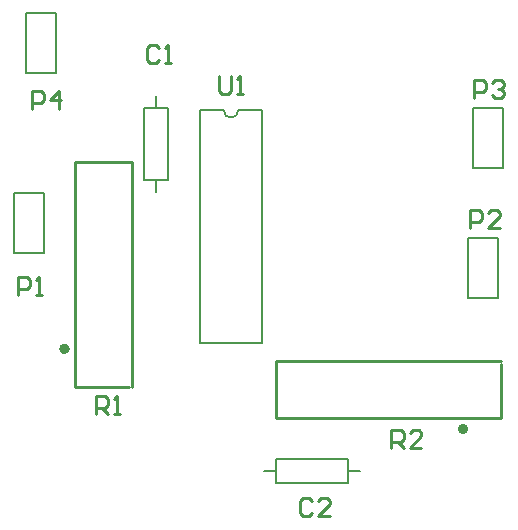
<source format=gto>
G04 Layer_Color=65535*
%FSLAX42Y42*%
%MOMM*%
G71*
G01*
G75*
%ADD17C,0.50*%
%ADD18C,0.20*%
%ADD19C,0.25*%
D17*
X870Y1579D02*
G03*
X870Y1579I-20J0D01*
G01*
X4245Y901D02*
G03*
X4245Y901I-20J0D01*
G01*
D18*
X2197Y3601D02*
G03*
X2324Y3601I63J0D01*
G01*
X4305Y3111D02*
Y3619D01*
Y3111D02*
X4559D01*
Y3619D01*
X4305D02*
X4559D01*
X4521Y2007D02*
Y2515D01*
X4267D02*
X4521D01*
X4267Y2007D02*
Y2515D01*
Y2007D02*
X4521D01*
X1626Y3619D02*
Y3721D01*
Y2908D02*
Y3010D01*
X1727D02*
Y3619D01*
X1524D02*
X1727D01*
X1524Y3010D02*
Y3619D01*
Y3010D02*
X1727D01*
X673Y2388D02*
Y2896D01*
X419D02*
X673D01*
X419Y2388D02*
Y2896D01*
Y2388D02*
X673D01*
X2540Y546D02*
X2642D01*
X3251D02*
X3353D01*
X2642Y648D02*
X3251D01*
X2642Y445D02*
Y648D01*
Y445D02*
X3251D01*
Y648D01*
X1996Y3601D02*
X2197D01*
X2324D02*
X2526D01*
X1996Y1631D02*
X2526D01*
X1996D02*
Y3601D01*
X2526Y1631D02*
Y3601D01*
X775Y3912D02*
Y4420D01*
X521D02*
X775D01*
X521Y3912D02*
Y4420D01*
Y3912D02*
X775D01*
D19*
X940Y1257D02*
X1397D01*
X940D02*
Y3162D01*
X1423D01*
Y1257D02*
Y3162D01*
X4547Y990D02*
Y1448D01*
X2642Y990D02*
X4547D01*
X2642D02*
Y1473D01*
X4547D01*
X457Y2032D02*
Y2184D01*
X533D01*
X559Y2159D01*
Y2108D01*
X533Y2083D01*
X457D01*
X610Y2032D02*
X660D01*
X635D01*
Y2184D01*
X610Y2159D01*
X4282Y2601D02*
Y2753D01*
X4359D01*
X4384Y2728D01*
Y2677D01*
X4359Y2652D01*
X4282D01*
X4536Y2601D02*
X4435D01*
X4536Y2703D01*
Y2728D01*
X4511Y2753D01*
X4460D01*
X4435Y2728D01*
X4321Y3706D02*
Y3858D01*
X4397D01*
X4422Y3833D01*
Y3782D01*
X4397Y3757D01*
X4321D01*
X4473Y3833D02*
X4498Y3858D01*
X4549D01*
X4574Y3833D01*
Y3807D01*
X4549Y3782D01*
X4524D01*
X4549D01*
X4574Y3757D01*
Y3731D01*
X4549Y3706D01*
X4498D01*
X4473Y3731D01*
X572Y3607D02*
Y3759D01*
X648D01*
X673Y3734D01*
Y3683D01*
X648Y3658D01*
X572D01*
X800Y3607D02*
Y3759D01*
X724Y3683D01*
X825D01*
X1118Y1029D02*
Y1181D01*
X1194D01*
X1219Y1156D01*
Y1105D01*
X1194Y1079D01*
X1118D01*
X1168D02*
X1219Y1029D01*
X1270D02*
X1321D01*
X1295D01*
Y1181D01*
X1270Y1156D01*
X3619Y737D02*
Y889D01*
X3696D01*
X3721Y864D01*
Y813D01*
X3696Y787D01*
X3619D01*
X3670D02*
X3721Y737D01*
X3873D02*
X3772D01*
X3873Y838D01*
Y864D01*
X3848Y889D01*
X3797D01*
X3772Y864D01*
X2159Y3886D02*
Y3759D01*
X2184Y3734D01*
X2235D01*
X2261Y3759D01*
Y3886D01*
X2311Y3734D02*
X2362D01*
X2337D01*
Y3886D01*
X2311Y3861D01*
X1651Y4127D02*
X1626Y4153D01*
X1575D01*
X1549Y4127D01*
Y4026D01*
X1575Y4001D01*
X1626D01*
X1651Y4026D01*
X1702Y4001D02*
X1753D01*
X1727D01*
Y4153D01*
X1702Y4127D01*
X2946Y292D02*
X2921Y317D01*
X2870D01*
X2845Y292D01*
Y190D01*
X2870Y165D01*
X2921D01*
X2946Y190D01*
X3099Y165D02*
X2997D01*
X3099Y267D01*
Y292D01*
X3073Y317D01*
X3023D01*
X2997Y292D01*
M02*

</source>
